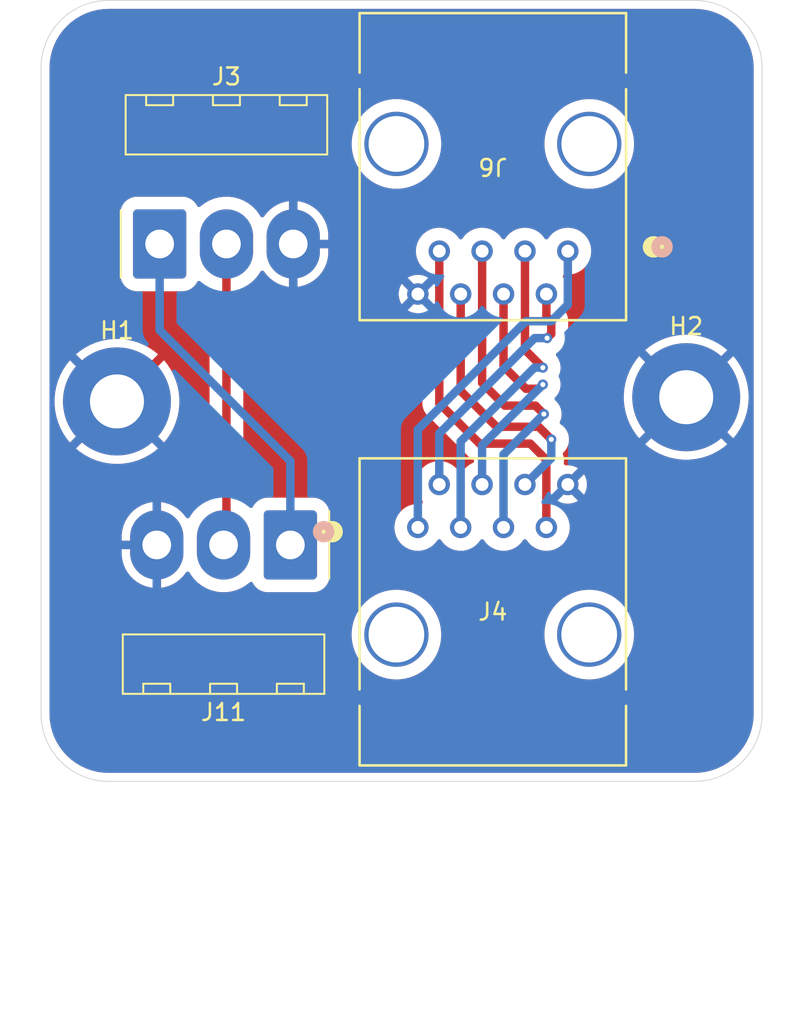
<source format=kicad_pcb>
(kicad_pcb (version 20241229) (generator "pcbnew") (generator_version "9.0")
  (layers (0 "F.Cu" signal) (2 "B.Cu" signal) (13 "F.Paste" user) (15 "B.Paste" user) (5 "F.SilkS" user "F.Silkscreen") (7 "B.SilkS" user "B.Silkscreen") (1 "F.Mask" user) (3 "B.Mask" user) (25 "Edge.Cuts" user))
  (net 0 "")
  (net 1 "GND")
  (net 2 "+5V")
  (net 3 "/C_A0")
  (net 4 "/C_B0")
  (net 5 "/C_I0")
  (net 6 "/Cos0")
  (net 7 "/Sin0")
  (net 8 "/SEA_A0")
  (net 9 "/SEA_B0")
  (net 10 "/SEA_I0")
  (footprint "MountingHole:MountingHole_3.2mm_M3_Pad_TopBottom" (layer "F.Cu") (at 75.75 57.75)
    (property "Reference" "H2" (at 0 -4.2 0) (layer "F.SilkS"))
    (property "Value" "MountingHole_Pad" (hide yes))
    (pad "1" thru_hole circle (at 0 0) (size 3.6 3.6) (drill 3.2) (layers "*.Cu" "*.Mask") (net 1 "GND"))
    (pad "1" connect circle (at 0 0) (size 6.4 6.4) (layers "F.Cu" "F.Mask") (net 1 "GND"))
    (pad "1" connect circle (at 0 0) (size 6.4 6.4) (layers "B.Cu" "B.Mask") (net 1 "GND"))
  )
  (footprint "Connector_Molex:Molex_KK-396_A-41792-0003_1x03_P3.96mm_Horizontal" (layer "F.Cu") (at 44.53 48.675)
    (property "Reference" "J3" (at 3.96 -9.91 0) (layer "F.SilkS"))
    (property "Value" "Conn_01x03")
    (fp_line (start -2.305 -2) (end -2.305 2) (stroke (width 0.12)) (layer "F.SilkS"))
    (fp_line (start -2.015 -8.82) (end 9.935 -8.82) (stroke (width 0.12)) (layer "F.SilkS"))
    (fp_line (start -2.015 -5.3) (end -2.015 -8.82) (stroke (width 0.12)) (layer "F.SilkS"))
    (fp_line (start -0.8 -8.82) (end -0.8 -8.22) (stroke (width 0.12)) (layer "F.SilkS"))
    (fp_line (start -0.8 -8.22) (end 0.8 -8.22) (stroke (width 0.12)) (layer "F.SilkS"))
    (fp_line (start 0.8 -8.22) (end 0.8 -8.82) (stroke (width 0.12)) (layer "F.SilkS"))
    (fp_line (start 3.16 -8.82) (end 3.16 -8.22) (stroke (width 0.12)) (layer "F.SilkS"))
    (fp_line (start 3.16 -8.22) (end 4.76 -8.22) (stroke (width 0.12)) (layer "F.SilkS"))
    (fp_line (start 4.76 -8.22) (end 4.76 -8.82) (stroke (width 0.12)) (layer "F.SilkS"))
    (fp_line (start 7.12 -8.82) (end 7.12 -8.22) (stroke (width 0.12)) (layer "F.SilkS"))
    (fp_line (start 7.12 -8.22) (end 8.72 -8.22) (stroke (width 0.12)) (layer "F.SilkS"))
    (fp_line (start 8.72 -8.22) (end 8.72 -8.82) (stroke (width 0.12)) (layer "F.SilkS"))
    (fp_line (start 9.935 -8.82) (end 9.935 -5.3) (stroke (width 0.12)) (layer "F.SilkS"))
    (fp_line (start 9.935 -5.3) (end -2.015 -5.3) (stroke (width 0.12)) (layer "F.SilkS"))
    (pad "1" thru_hole roundrect (at 0 0) (size 3.16 4.1) (drill 1.7) (layers "*.Cu" "*.Mask") (roundrect_rratio 0.079114) (net 7 "/Sin0"))
    (pad "2" thru_hole oval (at 3.96 0) (size 3.16 4.1) (drill 1.7) (layers "*.Cu" "*.Mask") (net 6 "/Cos0"))
    (pad "3" thru_hole oval (at 7.92 0) (size 3.16 4.1) (drill 1.7) (layers "*.Cu" "*.Mask") (net 1 "GND"))
  )
  (footprint "ethernet_54602-908LF:ethernet_54602-908LF" (layer "F.Cu") (at 59.8377 65.4613)
    (property "Reference" "J4" (at 4.445 5.004 0) (layer "F.SilkS"))
    (property "Value" "54602-908LF")
    (fp_line (start -3.4544 -4.0892) (end -3.4544 9.598328) (stroke (width 0.1524)) (layer "F.SilkS"))
    (fp_line (start -3.4544 10.569672) (end -3.4544 14.0972) (stroke (width 0.1524)) (layer "F.SilkS"))
    (fp_line (start -3.4544 14.0972) (end 12.3444 14.0972) (stroke (width 0.1524)) (layer "F.SilkS"))
    (fp_line (start 12.3444 -4.0892) (end -3.4544 -4.0892) (stroke (width 0.1524)) (layer "F.SilkS"))
    (fp_line (start 12.3444 9.598328) (end 12.3444 -4.0892) (stroke (width 0.1524)) (layer "F.SilkS"))
    (fp_line (start 12.3444 14.0972) (end 12.3444 10.569672) (stroke (width 0.1524)) (layer "F.SilkS"))
    (fp_circle (center -5.08 0.254) (end -4.699 0.254) (stroke (width 0.508)) (fill no) (layer "F.SilkS"))
    (fp_circle (center -5.588 0.254) (end -5.207 0.254) (stroke (width 0.508)) (fill no) (layer "B.SilkS"))
    (pad "1" thru_hole circle (at 0 0) (size 1.27 1.27) (drill 0.762) (layers "*.Cu" "*.Mask") (net 2 "+5V"))
    (pad "2" thru_hole circle (at 1.27 -2.54) (size 1.27 1.27) (drill 0.762) (layers "*.Cu" "*.Mask") (net 3 "/C_A0"))
    (pad "3" thru_hole circle (at 2.54 0) (size 1.27 1.27) (drill 0.762) (layers "*.Cu" "*.Mask") (net 4 "/C_B0"))
    (pad "4" thru_hole circle (at 3.81 -2.54) (size 1.27 1.27) (drill 0.762) (layers "*.Cu" "*.Mask") (net 5 "/C_I0"))
    (pad "5" thru_hole circle (at 5.08 0) (size 1.27 1.27) (drill 0.762) (layers "*.Cu" "*.Mask") (net 10 "/SEA_I0"))
    (pad "6" thru_hole circle (at 6.35 -2.54) (size 1.27 1.27) (drill 0.762) (layers "*.Cu" "*.Mask") (net 8 "/SEA_A0"))
    (pad "7" thru_hole circle (at 7.62 0) (size 1.27 1.27) (drill 0.762) (layers "*.Cu" "*.Mask") (net 9 "/SEA_B0"))
    (pad "8" thru_hole circle (at 8.89 -2.54) (size 1.27 1.27) (drill 0.762) (layers "*.Cu" "*.Mask") (net 1 "GND"))
    (pad "9" thru_hole circle (at -1.27 6.35 90) (size 3.81 3.81) (drill 3.302) (layers "*.Cu" "*.Mask"))
    (pad "10" thru_hole circle (at 10.16 6.35 90) (size 3.81 3.81) (drill 3.302) (layers "*.Cu" "*.Mask"))
  )
  (footprint "Connector_Molex:Molex_KK-396_A-41792-0003_1x03_P3.96mm_Horizontal" (layer "F.Cu") (at 52.28 66.5 180)
    (property "Reference" "J11" (at 3.96 -9.91 0) (layer "F.SilkS"))
    (property "Value" "Conn_01x03")
    (fp_line (start 9.935 -5.3) (end -2.015 -5.3) (stroke (width 0.12)) (layer "F.SilkS"))
    (fp_line (start 9.935 -8.82) (end 9.935 -5.3) (stroke (width 0.12)) (layer "F.SilkS"))
    (fp_line (start 8.72 -8.22) (end 8.72 -8.82) (stroke (width 0.12)) (layer "F.SilkS"))
    (fp_line (start 7.12 -8.22) (end 8.72 -8.22) (stroke (width 0.12)) (layer "F.SilkS"))
    (fp_line (start 7.12 -8.82) (end 7.12 -8.22) (stroke (width 0.12)) (layer "F.SilkS"))
    (fp_line (start 4.76 -8.22) (end 4.76 -8.82) (stroke (width 0.12)) (layer "F.SilkS"))
    (fp_line (start 3.16 -8.22) (end 4.76 -8.22) (stroke (width 0.12)) (layer "F.SilkS"))
    (fp_line (start 3.16 -8.82) (end 3.16 -8.22) (stroke (width 0.12)) (layer "F.SilkS"))
    (fp_line (start 0.8 -8.22) (end 0.8 -8.82) (stroke (width 0.12)) (layer "F.SilkS"))
    (fp_line (start -0.8 -8.22) (end 0.8 -8.22) (stroke (width 0.12)) (layer "F.SilkS"))
    (fp_line (start -0.8 -8.82) (end -0.8 -8.22) (stroke (width 0.12)) (layer "F.SilkS"))
    (fp_line (start -2.015 -5.3) (end -2.015 -8.82) (stroke (width 0.12)) (layer "F.SilkS"))
    (fp_line (start -2.015 -8.82) (end 9.935 -8.82) (stroke (width 0.12)) (layer "F.SilkS"))
    (fp_line (start -2.305 -2) (end -2.305 2) (stroke (width 0.12)) (layer "F.SilkS"))
    (pad "1" thru_hole roundrect (at 0 0 180) (size 3.16 4.1) (drill 1.7) (layers "*.Cu" "*.Mask") (roundrect_rratio 0.079114) (net 7 "/Sin0"))
    (pad "2" thru_hole oval (at 3.96 0 180) (size 3.16 4.1) (drill 1.7) (layers "*.Cu" "*.Mask") (net 6 "/Cos0"))
    (pad "3" thru_hole oval (at 7.92 0 180) (size 3.16 4.1) (drill 1.7) (layers "*.Cu" "*.Mask") (net 1 "GND"))
  )
  (footprint "MountingHole:MountingHole_3.2mm_M3_Pad_TopBottom" (layer "F.Cu") (at 42 58)
    (property "Reference" "H1" (at 0 -4.2 0) (layer "F.SilkS"))
    (property "Value" "MountingHole_Pad")
    (pad "1" thru_hole circle (at 0 0) (size 3.6 3.6) (drill 3.2) (layers "*.Cu" "*.Mask") (net 1 "GND"))
    (pad "1" connect circle (at 0 0) (size 6.4 6.4) (layers "F.Cu" "F.Mask") (net 1 "GND"))
    (pad "1" connect circle (at 0 0) (size 6.4 6.4) (layers "B.Cu" "B.Mask") (net 1 "GND"))
  )
  (footprint "ethernet_54602-908LF:ethernet_54602-908LF" (layer "F.Cu") (at 68.73 49.1 180)
    (property "Reference" "J6" (at 4.445 5.004 180) (layer "F.SilkS"))
    (property "Value" "54602-908LF")
    (fp_line (start 12.3444 14.0972) (end 12.3444 10.569672) (stroke (width 0.1524)) (layer "F.SilkS"))
    (fp_line (start 12.3444 9.598328) (end 12.3444 -4.0892) (stroke (width 0.1524)) (layer "F.SilkS"))
    (fp_line (start 12.3444 -4.0892) (end -3.4544 -4.0892) (stroke (width 0.1524)) (layer "F.SilkS"))
    (fp_line (start -3.4544 14.0972) (end 12.3444 14.0972) (stroke (width 0.1524)) (layer "F.SilkS"))
    (fp_line (start -3.4544 10.569672) (end -3.4544 14.0972) (stroke (width 0.1524)) (layer "F.SilkS"))
    (fp_line (start -3.4544 -4.0892) (end -3.4544 9.598328) (stroke (width 0.1524)) (layer "F.SilkS"))
    (fp_circle (center -5.08 0.254) (end -4.699 0.254) (stroke (width 0.508)) (fill no) (layer "F.SilkS"))
    (fp_circle (center -5.588 0.254) (end -5.207 0.254) (stroke (width 0.508)) (fill no) (layer "B.SilkS"))
    (pad "1" thru_hole circle (at 0 0 180) (size 1.27 1.27) (drill 0.762) (layers "*.Cu" "*.Mask") (net 2 "+5V"))
    (pad "2" thru_hole circle (at 1.27 -2.54 180) (size 1.27 1.27) (drill 0.762) (layers "*.Cu" "*.Mask") (net 3 "/C_A0"))
    (pad "3" thru_hole circle (at 2.54 0 180) (size 1.27 1.27) (drill 0.762) (layers "*.Cu" "*.Mask") (net 4 "/C_B0"))
    (pad "4" thru_hole circle (at 3.81 -2.54 180) (size 1.27 1.27) (drill 0.762) (layers "*.Cu" "*.Mask") (net 5 "/C_I0"))
    (pad "5" thru_hole circle (at 5.08 0 180) (size 1.27 1.27) (drill 0.762) (layers "*.Cu" "*.Mask") (net 10 "/SEA_I0"))
    (pad "6" thru_hole circle (at 6.35 -2.54 180) (size 1.27 1.27) (drill 0.762) (layers "*.Cu" "*.Mask") (net 8 "/SEA_A0"))
    (pad "7" thru_hole circle (at 7.62 0 180) (size 1.27 1.27) (drill 0.762) (layers "*.Cu" "*.Mask") (net 9 "/SEA_B0"))
    (pad "8" thru_hole circle (at 8.89 -2.54 180) (size 1.27 1.27) (drill 0.762) (layers "*.Cu" "*.Mask") (net 1 "GND"))
    (pad "9" thru_hole circle (at -1.27 6.35 270) (size 3.81 3.81) (drill 3.302) (layers "*.Cu" "*.Mask"))
    (pad "10" thru_hole circle (at 10.16 6.35 270) (size 3.81 3.81) (drill 3.302) (layers "*.Cu" "*.Mask"))
  )
  (gr_line (start 80.25 38.25) (end 80.25 76.5) (stroke (width 0.05)) (layer "Edge.Cuts"))
  (gr_line (start 37.5 76.5) (end 37.5 38.25) (stroke (width 0.05)) (layer "Edge.Cuts"))
  (gr_arc (start 76.25 34.25) (mid 79.078427 35.421573) (end 80.25 38.25) (stroke (width 0.05)) (layer "Edge.Cuts"))
  (gr_line (start 76.25 80.5) (end 41.5 80.5) (stroke (width 0.05)) (layer "Edge.Cuts"))
  (gr_arc (start 41.5 80.5) (mid 38.671573 79.328427) (end 37.5 76.5) (stroke (width 0.05)) (layer "Edge.Cuts"))
  (gr_line (start 41.5 34.25) (end 76.25 34.25) (stroke (width 0.05)) (layer "Edge.Cuts"))
  (gr_arc (start 37.5 38.25) (mid 38.671573 35.421573) (end 41.5 34.25) (stroke (width 0.05)) (layer "Edge.Cuts"))
  (gr_arc (start 80.25 76.5) (mid 79.078427 79.328427) (end 76.25 80.5) (stroke (width 0.05)) (layer "Edge.Cuts"))
  (segment (start 59.8377 59.6623) (end 66.25 53.25) (width 0.5) (layer "B.Cu") (net 2))
  (segment (start 67.75 53.25) (end 68.73 52.27) (width 0.5) (layer "B.Cu") (net 2))
  (segment (start 59.8377 65.4613) (end 59.8377 59.6623) (width 0.5) (layer "B.Cu") (net 2))
  (segment (start 66.25 53.25) (end 67.75 53.25) (width 0.5) (layer "B.Cu") (net 2))
  (segment (start 68.73 52.27) (end 68.73 49.1) (width 0.5) (layer "B.Cu") (net 2))
  (segment (start 67.46 51.64) (end 67.46 52.96) (width 0.5) (layer "F.Cu") (net 3))
  (segment (start 67.75 53.25) (end 67.75 54) (width 0.5) (layer "F.Cu") (net 3))
  (segment (start 67.46 52.96) (end 67.75 53.25) (width 0.5) (layer "F.Cu") (net 3))
  (segment (start 67.75 54) (end 67.5 54.25) (width 0.5) (layer "F.Cu") (net 3))
  (via (at 67.5 54.25) (size 0.6) (drill 0.3) (layers "F.Cu" "B.Cu") (net 3))
  (segment (start 61.1077 59.900936) (end 61.1077 62.9213) (width 0.5) (layer "B.Cu") (net 3))
  (segment (start 67.5 54.25) (end 66.758636 54.25) (width 0.5) (layer "B.Cu") (net 3))
  (segment (start 66.758636 54.25) (end 61.1077 59.900936) (width 0.5) (layer "B.Cu") (net 3))
  (segment (start 67.25 56) (end 66.19 54.94) (width 0.5) (layer "F.Cu") (net 4))
  (segment (start 66.19 54.94) (end 66.19 49.1) (width 0.5) (layer "F.Cu") (net 4))
  (via (at 67.25 56) (size 0.6) (drill 0.3) (layers "F.Cu" "B.Cu") (net 4))
  (segment (start 62.3777 60.3723) (end 62.3777 65.4613) (width 0.5) (layer "B.Cu") (net 4))
  (segment (start 66.75 56) (end 62.3777 60.3723) (width 0.5) (layer "B.Cu") (net 4))
  (segment (start 67.25 56) (end 66.75 56) (width 0.5) (layer "B.Cu") (net 4))
  (segment (start 66.25 57.25) (end 64.92 55.92) (width 0.5) (layer "F.Cu") (net 5))
  (segment (start 67.25 57) (end 67 57.25) (width 0.5) (layer "F.Cu") (net 5))
  (segment (start 67 57.25) (end 66.25 57.25) (width 0.5) (layer "F.Cu") (net 5))
  (segment (start 64.92 55.92) (end 64.92 51.64) (width 0.5) (layer "F.Cu") (net 5))
  (via (at 67.25 57) (size 0.6) (drill 0.3) (layers "F.Cu" "B.Cu") (net 5))
  (segment (start 67.25 57) (end 63.6477 60.6023) (width 0.5) (layer "B.Cu") (net 5))
  (segment (start 63.6477 60.6023) (end 63.6477 62.9213) (width 0.5) (layer "B.Cu") (net 5))
  (segment (start 48.49 48.675) (end 48.49 66.33) (width 0.5) (layer "F.Cu") (net 6))
  (segment (start 48.49 66.33) (end 48.32 66.5) (width 0.5) (layer "F.Cu") (net 6))
  (segment (start 44.53 53.78) (end 52.28 61.53) (width 0.5) (layer "B.Cu") (net 7))
  (segment (start 44.53 48.675) (end 44.53 53.78) (width 0.5) (layer "B.Cu") (net 7))
  (segment (start 52.28 61.53) (end 52.28 66.5) (width 0.5) (layer "B.Cu") (net 7))
  (segment (start 62.38 57.38) (end 62.38 51.64) (width 0.5) (layer "F.Cu") (net 8))
  (segment (start 67 59.5) (end 64.5 59.5) (width 0.5) (layer "F.Cu") (net 8))
  (segment (start 67.75 60.25) (end 67 59.5) (width 0.5) (layer "F.Cu") (net 8))
  (segment (start 64.5 59.5) (end 62.38 57.38) (width 0.5) (layer "F.Cu") (net 8))
  (via (at 67.75 60.25) (size 0.6) (drill 0.3) (layers "F.Cu" "B.Cu") (net 8))
  (segment (start 67.75 60.25) (end 67.75 61.359) (width 0.5) (layer "B.Cu") (net 8))
  (segment (start 67.75 61.359) (end 66.1877 62.9213) (width 0.5) (layer "B.Cu") (net 8))
  (segment (start 67.4577 61.5423) (end 67.4577 65.4613) (width 0.5) (layer "F.Cu") (net 9))
  (segment (start 61.11 58.11) (end 61.11 49.1) (width 0.5) (layer "F.Cu") (net 9))
  (segment (start 67.5 61.5) (end 66.5 60.5) (width 0.5) (layer "F.Cu") (net 9))
  (segment (start 67.5 61.5) (end 67.4577 61.5423) (width 0.5) (layer "F.Cu") (net 9))
  (segment (start 63.5 60.5) (end 61.11 58.11) (width 0.5) (layer "F.Cu") (net 9))
  (segment (start 66.5 60.5) (end 63.5 60.5) (width 0.5) (layer "F.Cu") (net 9))
  (segment (start 63.65 56.9) (end 63.65 49.1) (width 0.5) (layer "F.Cu") (net 10))
  (segment (start 66.810662 58.25) (end 65 58.25) (width 0.5) (layer "F.Cu") (net 10))
  (segment (start 65 58.25) (end 63.65 56.9) (width 0.5) (layer "F.Cu") (net 10))
  (segment (start 67.310662 58.75) (end 66.810662 58.25) (width 0.5) (layer "F.Cu") (net 10))
  (via (at 67.310662 58.75) (size 0.6) (drill 0.3) (layers "F.Cu" "B.Cu") (net 10))
  (segment (start 67.310662 58.75) (end 64.9177 61.142962) (width 0.5) (layer "B.Cu") (net 10))
  (segment (start 64.9177 61.142962) (end 64.9177 65.4613) (width 0.5) (layer "B.Cu") (net 10))
  (zone (net 1) (net_name "GND") (layers "F.Cu" "B.Cu") (connect_pads (clearance 0.75)) (min_thickness 0.25) (fill yes (thermal_gap 0.5) (thermal_bridge_width 0.5))
    (polygon (pts (xy 37.5 34.25) (xy 80.25 34.25) (xy 80.25 80.5) (xy 37.5 80.5) (xy 37.5 78.25) (xy 38 77.75) (xy 37.5 77.25)))
  )
)
</source>
